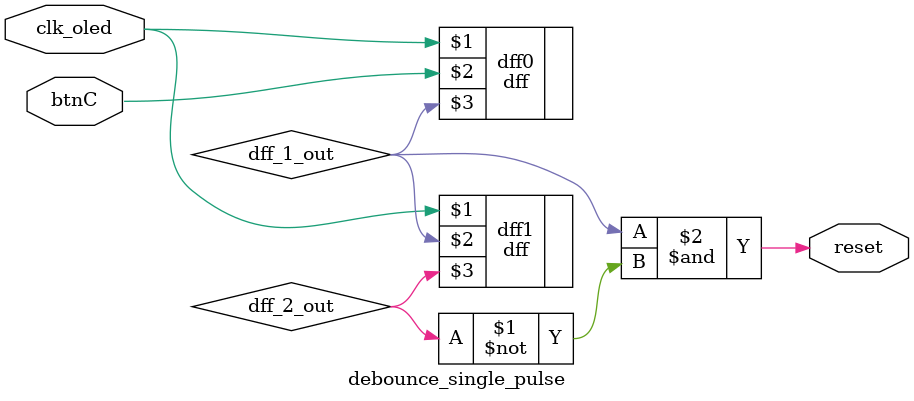
<source format=v>
`timescale 1ns / 1ps


module debounce_single_pulse(
    input btnC,
    input clk_oled,
    output reset
    );
    
    wire dff_1_out;
    wire dff_2_out;
    
    dff dff0 (clk_oled, btnC, dff_1_out);
    dff dff1 (clk_oled, dff_1_out, dff_2_out);
    
    assign reset = dff_1_out & ~dff_2_out;
endmodule

</source>
